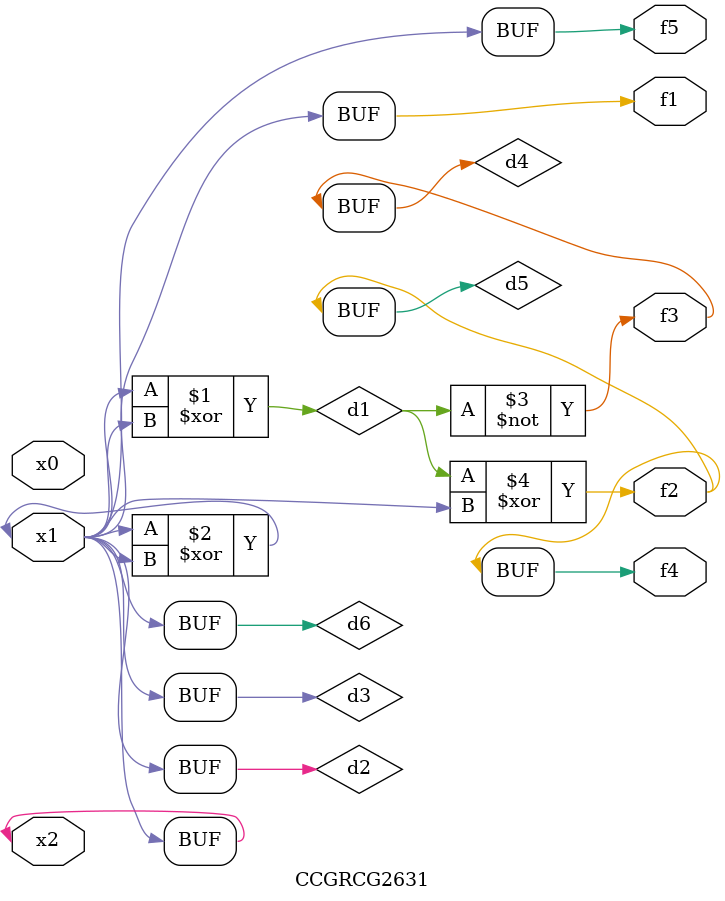
<source format=v>
module CCGRCG2631(
	input x0, x1, x2,
	output f1, f2, f3, f4, f5
);

	wire d1, d2, d3, d4, d5, d6;

	xor (d1, x1, x2);
	buf (d2, x1, x2);
	xor (d3, x1, x2);
	nor (d4, d1);
	xor (d5, d1, d2);
	buf (d6, d2, d3);
	assign f1 = d6;
	assign f2 = d5;
	assign f3 = d4;
	assign f4 = d5;
	assign f5 = d6;
endmodule

</source>
